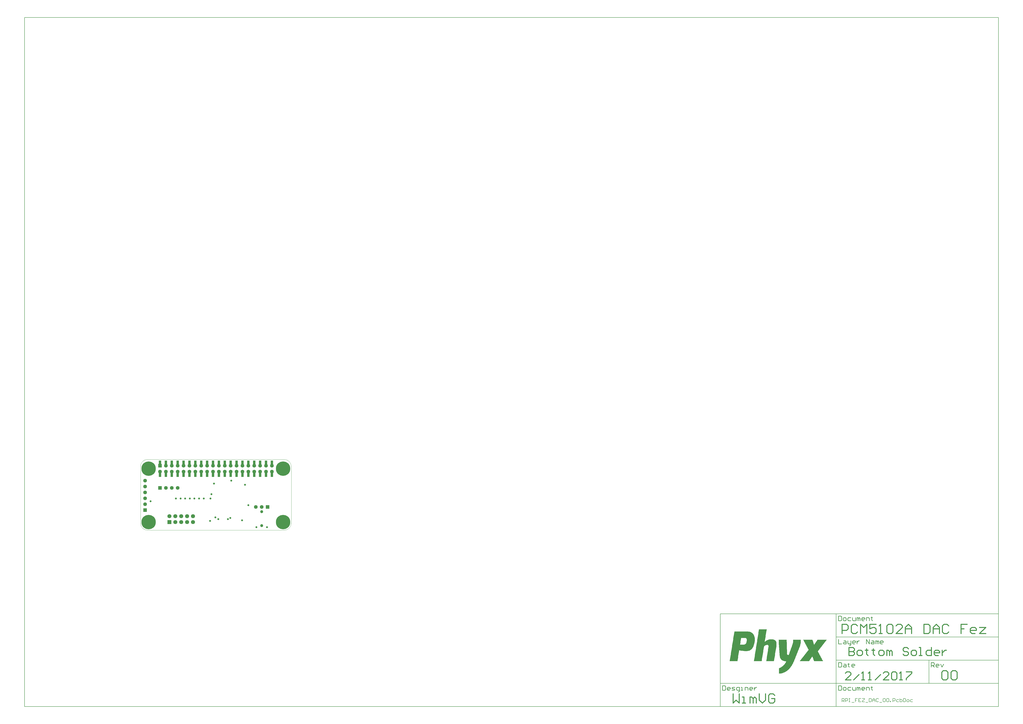
<source format=gbs>
G04 Layer_Color=16711935*
%FSLAX25Y25*%
%MOIN*%
G70*
G01*
G75*
%ADD10C,0.00787*%
%ADD21C,0.01575*%
%ADD22C,0.00394*%
%ADD23C,0.00984*%
%ADD30C,0.05118*%
%ADD43R,0.06299X0.06299*%
%ADD44C,0.06299*%
%ADD45R,0.06890X0.06890*%
%ADD46C,0.06890*%
%ADD47R,0.06299X0.06299*%
%ADD48C,0.24410*%
%ADD49C,0.03150*%
%ADD50R,0.04331X0.07480*%
G36*
X1121080Y-186079D02*
Y-186365D01*
Y-186652D01*
Y-186938D01*
Y-187224D01*
Y-187511D01*
Y-187797D01*
Y-188083D01*
Y-188370D01*
Y-188656D01*
Y-188942D01*
Y-189229D01*
Y-189515D01*
Y-189801D01*
Y-190088D01*
Y-190374D01*
Y-190660D01*
Y-190946D01*
Y-191233D01*
Y-191519D01*
Y-191806D01*
X1120793D01*
Y-192092D01*
Y-192378D01*
Y-192664D01*
Y-192951D01*
Y-193237D01*
X1120507D01*
Y-193523D01*
Y-193810D01*
Y-194096D01*
Y-194382D01*
X1120221D01*
Y-194669D01*
Y-194955D01*
Y-195241D01*
Y-195528D01*
X1119934D01*
Y-195814D01*
Y-196100D01*
Y-196387D01*
X1119648D01*
Y-196673D01*
Y-196959D01*
Y-197245D01*
X1119362D01*
Y-197532D01*
Y-197818D01*
Y-198104D01*
X1119075D01*
Y-198391D01*
Y-198677D01*
Y-198963D01*
X1118789D01*
Y-199250D01*
Y-199536D01*
X1118503D01*
Y-199822D01*
Y-200109D01*
X1118217D01*
Y-200395D01*
Y-200681D01*
Y-200968D01*
X1117930D01*
Y-201254D01*
Y-201540D01*
X1117644D01*
Y-201826D01*
Y-202113D01*
Y-202399D01*
X1117358D01*
Y-202685D01*
Y-202972D01*
X1117071D01*
Y-203258D01*
Y-203544D01*
Y-203831D01*
X1116785D01*
Y-204117D01*
Y-204403D01*
X1116499D01*
Y-204690D01*
Y-204976D01*
Y-205262D01*
X1116212D01*
Y-205549D01*
Y-205835D01*
X1115926D01*
Y-206121D01*
Y-206407D01*
Y-206694D01*
X1115640D01*
Y-206980D01*
Y-207266D01*
X1115353D01*
Y-207553D01*
Y-207839D01*
Y-208125D01*
X1115067D01*
Y-208412D01*
Y-208698D01*
X1114781D01*
Y-208984D01*
Y-209271D01*
Y-209557D01*
X1114494D01*
Y-209843D01*
Y-210129D01*
X1114208D01*
Y-210416D01*
Y-210702D01*
Y-210988D01*
X1113922D01*
Y-211275D01*
Y-211561D01*
X1113636D01*
Y-211847D01*
Y-212134D01*
Y-212420D01*
X1113349D01*
Y-212706D01*
Y-212993D01*
X1113063D01*
Y-213279D01*
Y-213565D01*
Y-213851D01*
X1112776D01*
Y-214138D01*
Y-214424D01*
X1112490D01*
Y-214710D01*
Y-214997D01*
Y-215283D01*
X1112204D01*
Y-215569D01*
Y-215856D01*
X1111918D01*
Y-216142D01*
Y-216428D01*
Y-216715D01*
X1111631D01*
Y-217001D01*
Y-217287D01*
X1111345D01*
Y-217574D01*
Y-217860D01*
Y-218146D01*
X1111059D01*
Y-218433D01*
Y-218719D01*
X1110772D01*
Y-219005D01*
Y-219291D01*
Y-219578D01*
X1110486D01*
Y-219864D01*
Y-220150D01*
X1110200D01*
Y-220437D01*
Y-220723D01*
Y-221009D01*
X1109913D01*
Y-221296D01*
Y-221582D01*
X1109627D01*
Y-221868D01*
Y-222155D01*
Y-222441D01*
X1109341D01*
Y-222727D01*
Y-223014D01*
X1109054D01*
Y-223300D01*
Y-223586D01*
X1108768D01*
Y-223872D01*
Y-224159D01*
X1108482D01*
Y-224445D01*
Y-224731D01*
Y-225018D01*
X1108195D01*
Y-225304D01*
X1107909D01*
Y-225590D01*
Y-225877D01*
Y-226163D01*
X1107623D01*
Y-226449D01*
X1107337D01*
Y-226736D01*
Y-227022D01*
X1107050D01*
Y-227308D01*
Y-227595D01*
X1106764D01*
Y-227881D01*
Y-228167D01*
X1106478D01*
Y-228453D01*
Y-228740D01*
X1106191D01*
Y-229026D01*
X1105905D01*
Y-229312D01*
Y-229599D01*
X1105619D01*
Y-229885D01*
Y-230171D01*
X1105332D01*
Y-230458D01*
X1105046D01*
Y-230744D01*
X1104760D01*
Y-231030D01*
Y-231317D01*
X1104473D01*
Y-231603D01*
X1104187D01*
Y-231889D01*
Y-232176D01*
X1103901D01*
Y-232462D01*
X1103615D01*
Y-232748D01*
X1103328D01*
Y-233034D01*
Y-233321D01*
X1103042D01*
Y-233607D01*
X1102756D01*
Y-233893D01*
X1102469D01*
Y-234180D01*
X1102183D01*
Y-234466D01*
X1101897D01*
Y-234752D01*
Y-235039D01*
X1101610D01*
Y-235325D01*
X1101324D01*
Y-235611D01*
X1101038D01*
Y-235898D01*
X1100751D01*
Y-236184D01*
X1100465D01*
Y-236470D01*
X1100179D01*
Y-236757D01*
X1099892D01*
Y-237043D01*
X1099320D01*
Y-237329D01*
X1099034D01*
Y-237615D01*
X1098747D01*
Y-237902D01*
X1098461D01*
Y-238188D01*
X1098175D01*
Y-238474D01*
X1097602D01*
Y-238761D01*
X1097316D01*
Y-239047D01*
X1096743D01*
Y-239333D01*
X1096457D01*
Y-239620D01*
X1095884D01*
Y-239906D01*
X1095598D01*
Y-240192D01*
X1095025D01*
Y-240479D01*
X1094452D01*
Y-240765D01*
X1093880D01*
Y-241051D01*
X1093307D01*
Y-241338D01*
X1092735D01*
Y-241624D01*
X1091876D01*
Y-241910D01*
X1091303D01*
Y-242196D01*
X1090444D01*
Y-242483D01*
X1089299D01*
Y-242769D01*
X1088154D01*
Y-243056D01*
X1086436D01*
Y-243342D01*
X1084432D01*
Y-243628D01*
X1084145D01*
Y-243342D01*
Y-243056D01*
Y-242769D01*
Y-242483D01*
Y-242196D01*
Y-241910D01*
Y-241624D01*
Y-241338D01*
Y-241051D01*
Y-240765D01*
Y-240479D01*
Y-240192D01*
Y-239906D01*
Y-239620D01*
Y-239333D01*
Y-239047D01*
Y-238761D01*
Y-238474D01*
Y-238188D01*
Y-237902D01*
Y-237615D01*
Y-237329D01*
Y-237043D01*
Y-236757D01*
Y-236470D01*
Y-236184D01*
Y-235898D01*
Y-235611D01*
Y-235325D01*
Y-235039D01*
Y-234752D01*
Y-234466D01*
Y-234180D01*
X1084718D01*
Y-233893D01*
X1085291D01*
Y-233607D01*
X1085863D01*
Y-233321D01*
X1086436D01*
Y-233034D01*
X1087008D01*
Y-232748D01*
X1087581D01*
Y-232462D01*
X1087867D01*
Y-232176D01*
X1088440D01*
Y-231889D01*
X1088726D01*
Y-231603D01*
X1089299D01*
Y-231317D01*
X1089585D01*
Y-231030D01*
X1089872D01*
Y-230744D01*
X1090444D01*
Y-230458D01*
X1090730D01*
Y-230171D01*
X1091017D01*
Y-229885D01*
X1091303D01*
Y-229599D01*
X1091589D01*
Y-229312D01*
X1091876D01*
Y-229026D01*
X1092162D01*
Y-228740D01*
X1092448D01*
Y-228453D01*
X1092735D01*
Y-228167D01*
X1093021D01*
Y-227881D01*
X1093307D01*
Y-227595D01*
X1093594D01*
Y-227308D01*
Y-227022D01*
X1093880D01*
Y-226736D01*
X1094166D01*
Y-226449D01*
X1094452D01*
Y-226163D01*
Y-225877D01*
X1094739D01*
Y-225590D01*
X1095025D01*
Y-225304D01*
Y-225018D01*
X1095311D01*
Y-224731D01*
Y-224445D01*
X1095598D01*
Y-224159D01*
X1095884D01*
Y-223872D01*
Y-223586D01*
X1096170D01*
Y-223300D01*
Y-223014D01*
X1096457D01*
Y-222727D01*
Y-222441D01*
X1094739D01*
Y-222155D01*
X1092735D01*
Y-221868D01*
X1091589D01*
Y-221582D01*
X1091017D01*
Y-221296D01*
X1090158D01*
Y-221009D01*
X1089585D01*
Y-220723D01*
X1089299D01*
Y-220437D01*
X1088726D01*
Y-220150D01*
X1088440D01*
Y-219864D01*
X1088154D01*
Y-219578D01*
X1087867D01*
Y-219291D01*
X1087581D01*
Y-219005D01*
X1087295D01*
Y-218719D01*
Y-218433D01*
X1087008D01*
Y-218146D01*
X1086722D01*
Y-217860D01*
Y-217574D01*
X1086436D01*
Y-217287D01*
Y-217001D01*
X1086149D01*
Y-216715D01*
Y-216428D01*
X1085863D01*
Y-216142D01*
Y-215856D01*
Y-215569D01*
X1085577D01*
Y-215283D01*
Y-214997D01*
Y-214710D01*
Y-214424D01*
X1085291D01*
Y-214138D01*
Y-213851D01*
Y-213565D01*
Y-213279D01*
Y-212993D01*
Y-212706D01*
Y-212420D01*
X1085004D01*
Y-212134D01*
Y-211847D01*
Y-211561D01*
Y-211275D01*
Y-210988D01*
Y-210702D01*
Y-210416D01*
Y-210129D01*
Y-209843D01*
Y-209557D01*
Y-209271D01*
Y-208984D01*
Y-208698D01*
Y-208412D01*
Y-208125D01*
X1084718D01*
Y-207839D01*
Y-207553D01*
Y-207266D01*
Y-206980D01*
Y-206694D01*
Y-206407D01*
Y-206121D01*
Y-205835D01*
Y-205549D01*
Y-205262D01*
Y-204976D01*
Y-204690D01*
Y-204403D01*
Y-204117D01*
Y-203831D01*
X1084432D01*
Y-203544D01*
Y-203258D01*
Y-202972D01*
Y-202685D01*
Y-202399D01*
Y-202113D01*
Y-201826D01*
Y-201540D01*
Y-201254D01*
Y-200968D01*
Y-200681D01*
Y-200395D01*
Y-200109D01*
Y-199822D01*
Y-199536D01*
Y-199250D01*
X1084145D01*
Y-198963D01*
Y-198677D01*
Y-198391D01*
Y-198104D01*
Y-197818D01*
Y-197532D01*
Y-197245D01*
Y-196959D01*
Y-196673D01*
Y-196387D01*
Y-196100D01*
Y-195814D01*
Y-195528D01*
Y-195241D01*
Y-194955D01*
Y-194669D01*
X1083859D01*
Y-194382D01*
Y-194096D01*
Y-193810D01*
Y-193523D01*
Y-193237D01*
Y-192951D01*
Y-192664D01*
Y-192378D01*
Y-192092D01*
Y-191806D01*
Y-191519D01*
Y-191233D01*
Y-190946D01*
Y-190660D01*
X1083573D01*
Y-190374D01*
Y-190088D01*
Y-189801D01*
Y-189515D01*
Y-189229D01*
Y-188942D01*
Y-188656D01*
Y-188370D01*
Y-188083D01*
Y-187797D01*
Y-187511D01*
Y-187224D01*
Y-186938D01*
Y-186652D01*
Y-186365D01*
Y-186079D01*
X1083286D01*
Y-185793D01*
X1097029D01*
Y-186079D01*
Y-186365D01*
Y-186652D01*
Y-186938D01*
Y-187224D01*
Y-187511D01*
Y-187797D01*
Y-188083D01*
Y-188370D01*
Y-188656D01*
Y-188942D01*
Y-189229D01*
Y-189515D01*
Y-189801D01*
X1097316D01*
Y-190088D01*
Y-190374D01*
Y-190660D01*
Y-190946D01*
Y-191233D01*
Y-191519D01*
Y-191806D01*
Y-192092D01*
Y-192378D01*
Y-192664D01*
Y-192951D01*
Y-193237D01*
Y-193523D01*
Y-193810D01*
Y-194096D01*
Y-194382D01*
Y-194669D01*
Y-194955D01*
Y-195241D01*
Y-195528D01*
Y-195814D01*
Y-196100D01*
Y-196387D01*
Y-196673D01*
Y-196959D01*
Y-197245D01*
Y-197532D01*
Y-197818D01*
Y-198104D01*
Y-198391D01*
Y-198677D01*
Y-198963D01*
Y-199250D01*
Y-199536D01*
Y-199822D01*
Y-200109D01*
Y-200395D01*
Y-200681D01*
Y-200968D01*
Y-201254D01*
Y-201540D01*
X1097602D01*
Y-201826D01*
X1097316D01*
Y-202113D01*
Y-202399D01*
X1097602D01*
Y-202685D01*
Y-202972D01*
Y-203258D01*
Y-203544D01*
Y-203831D01*
Y-204117D01*
Y-204403D01*
Y-204690D01*
Y-204976D01*
Y-205262D01*
Y-205549D01*
Y-205835D01*
Y-206121D01*
Y-206407D01*
Y-206694D01*
Y-206980D01*
Y-207266D01*
Y-207553D01*
Y-207839D01*
Y-208125D01*
Y-208412D01*
Y-208698D01*
Y-208984D01*
Y-209271D01*
Y-209557D01*
Y-209843D01*
X1097888D01*
Y-210129D01*
Y-210416D01*
Y-210702D01*
X1098175D01*
Y-210988D01*
X1098461D01*
Y-211275D01*
X1098747D01*
Y-211561D01*
X1099606D01*
Y-211847D01*
X1100465D01*
Y-211561D01*
X1100751D01*
Y-211275D01*
Y-210988D01*
Y-210702D01*
X1101038D01*
Y-210416D01*
Y-210129D01*
X1101324D01*
Y-209843D01*
Y-209557D01*
Y-209271D01*
X1101610D01*
Y-208984D01*
Y-208698D01*
Y-208412D01*
X1101897D01*
Y-208125D01*
Y-207839D01*
Y-207553D01*
X1102183D01*
Y-207266D01*
Y-206980D01*
Y-206694D01*
X1102469D01*
Y-206407D01*
Y-206121D01*
X1102756D01*
Y-205835D01*
Y-205549D01*
Y-205262D01*
X1103042D01*
Y-204976D01*
Y-204690D01*
Y-204403D01*
X1103328D01*
Y-204117D01*
Y-203831D01*
Y-203544D01*
X1103615D01*
Y-203258D01*
Y-202972D01*
X1103901D01*
Y-202685D01*
Y-202399D01*
Y-202113D01*
X1104187D01*
Y-201826D01*
Y-201540D01*
Y-201254D01*
X1104473D01*
Y-200968D01*
Y-200681D01*
Y-200395D01*
X1104760D01*
Y-200109D01*
Y-199822D01*
X1105046D01*
Y-199536D01*
Y-199250D01*
Y-198963D01*
X1105332D01*
Y-198677D01*
Y-198391D01*
Y-198104D01*
X1105619D01*
Y-197818D01*
Y-197532D01*
Y-197245D01*
X1105905D01*
Y-196959D01*
Y-196673D01*
X1106191D01*
Y-196387D01*
Y-196100D01*
Y-195814D01*
X1106478D01*
Y-195528D01*
Y-195241D01*
Y-194955D01*
X1106764D01*
Y-194669D01*
Y-194382D01*
Y-194096D01*
X1107050D01*
Y-193810D01*
Y-193523D01*
Y-193237D01*
Y-192951D01*
X1107337D01*
Y-192664D01*
Y-192378D01*
Y-192092D01*
Y-191806D01*
X1107623D01*
Y-191519D01*
Y-191233D01*
Y-190946D01*
Y-190660D01*
Y-190374D01*
X1107909D01*
Y-190088D01*
Y-189801D01*
Y-189515D01*
Y-189229D01*
Y-188942D01*
Y-188656D01*
X1108195D01*
Y-188370D01*
Y-188083D01*
Y-187797D01*
Y-187511D01*
Y-187224D01*
Y-186938D01*
Y-186652D01*
Y-186365D01*
Y-186079D01*
Y-185793D01*
X1121080D01*
Y-186079D01*
D02*
G37*
G36*
X1063244Y-168614D02*
Y-168900D01*
X1062958D01*
Y-169187D01*
Y-169473D01*
Y-169759D01*
Y-170046D01*
Y-170332D01*
Y-170618D01*
X1062672D01*
Y-170905D01*
Y-171191D01*
Y-171477D01*
Y-171764D01*
Y-172050D01*
Y-172336D01*
X1062385D01*
Y-172623D01*
Y-172909D01*
Y-173195D01*
Y-173481D01*
Y-173768D01*
Y-174054D01*
Y-174340D01*
X1062099D01*
Y-174627D01*
Y-174913D01*
Y-175199D01*
Y-175486D01*
Y-175772D01*
Y-176058D01*
X1061813D01*
Y-176345D01*
Y-176631D01*
Y-176917D01*
Y-177204D01*
Y-177490D01*
Y-177776D01*
X1061526D01*
Y-178062D01*
Y-178349D01*
Y-178635D01*
Y-178921D01*
Y-179208D01*
Y-179494D01*
Y-179780D01*
X1061240D01*
Y-180067D01*
Y-180353D01*
Y-180639D01*
Y-180926D01*
Y-181212D01*
Y-181498D01*
X1060954D01*
Y-181784D01*
Y-182071D01*
Y-182357D01*
Y-182643D01*
Y-182930D01*
Y-183216D01*
X1060668D01*
Y-183502D01*
Y-183789D01*
Y-184075D01*
Y-184361D01*
Y-184648D01*
Y-184934D01*
X1060381D01*
Y-185220D01*
Y-185507D01*
Y-185793D01*
Y-186079D01*
Y-186365D01*
Y-186652D01*
Y-186938D01*
X1060095D01*
Y-187224D01*
Y-187511D01*
Y-187797D01*
Y-188083D01*
Y-188370D01*
Y-188656D01*
X1059809D01*
Y-188942D01*
Y-189229D01*
X1060381D01*
Y-188942D01*
X1060668D01*
Y-188656D01*
X1060954D01*
Y-188370D01*
X1061526D01*
Y-188083D01*
X1061813D01*
Y-187797D01*
X1062099D01*
Y-187511D01*
X1062672D01*
Y-187224D01*
X1063244D01*
Y-186938D01*
X1063531D01*
Y-186652D01*
X1064103D01*
Y-186365D01*
X1064962D01*
Y-186079D01*
X1065535D01*
Y-185793D01*
X1066394D01*
Y-185507D01*
X1067825D01*
Y-185220D01*
X1074124D01*
Y-185507D01*
X1075270D01*
Y-185793D01*
X1076128D01*
Y-186079D01*
X1076701D01*
Y-186365D01*
X1076987D01*
Y-186652D01*
X1077560D01*
Y-186938D01*
X1077846D01*
Y-187224D01*
X1078133D01*
Y-187511D01*
X1078419D01*
Y-187797D01*
X1078705D01*
Y-188083D01*
Y-188370D01*
X1078992D01*
Y-188656D01*
Y-188942D01*
X1079278D01*
Y-189229D01*
Y-189515D01*
Y-189801D01*
X1079564D01*
Y-190088D01*
Y-190374D01*
Y-190660D01*
Y-190946D01*
X1079850D01*
Y-191233D01*
Y-191519D01*
Y-191806D01*
Y-192092D01*
Y-192378D01*
Y-192664D01*
Y-192951D01*
Y-193237D01*
Y-193523D01*
Y-193810D01*
Y-194096D01*
Y-194382D01*
Y-194669D01*
Y-194955D01*
Y-195241D01*
Y-195528D01*
Y-195814D01*
Y-196100D01*
X1079564D01*
Y-196387D01*
Y-196673D01*
Y-196959D01*
Y-197245D01*
Y-197532D01*
Y-197818D01*
Y-198104D01*
X1079278D01*
Y-198391D01*
Y-198677D01*
Y-198963D01*
Y-199250D01*
Y-199536D01*
Y-199822D01*
Y-200109D01*
X1078992D01*
Y-200395D01*
Y-200681D01*
Y-200968D01*
Y-201254D01*
Y-201540D01*
Y-201826D01*
X1078705D01*
Y-202113D01*
Y-202399D01*
Y-202685D01*
Y-202972D01*
Y-203258D01*
Y-203544D01*
X1078419D01*
Y-203831D01*
Y-204117D01*
Y-204403D01*
Y-204690D01*
Y-204976D01*
Y-205262D01*
X1078133D01*
Y-205549D01*
Y-205835D01*
Y-206121D01*
Y-206407D01*
Y-206694D01*
Y-206980D01*
Y-207266D01*
X1077846D01*
Y-207553D01*
Y-207839D01*
Y-208125D01*
Y-208412D01*
Y-208698D01*
Y-208984D01*
X1077560D01*
Y-209271D01*
Y-209557D01*
Y-209843D01*
Y-210129D01*
Y-210416D01*
Y-210702D01*
X1077274D01*
Y-210988D01*
Y-211275D01*
Y-211561D01*
Y-211847D01*
Y-212134D01*
Y-212420D01*
Y-212706D01*
X1076987D01*
Y-212993D01*
Y-213279D01*
Y-213565D01*
Y-213851D01*
Y-214138D01*
Y-214424D01*
X1076701D01*
Y-214710D01*
Y-214997D01*
Y-215283D01*
Y-215569D01*
Y-215856D01*
Y-216142D01*
X1076415D01*
Y-216428D01*
Y-216715D01*
Y-217001D01*
Y-217287D01*
Y-217574D01*
Y-217860D01*
X1076128D01*
Y-218146D01*
Y-218433D01*
Y-218719D01*
Y-219005D01*
Y-219291D01*
Y-219578D01*
Y-219864D01*
X1075842D01*
Y-220150D01*
Y-220437D01*
Y-220723D01*
Y-221009D01*
Y-221296D01*
Y-221582D01*
X1075556D01*
Y-221868D01*
Y-222155D01*
X1062385D01*
Y-221868D01*
Y-221582D01*
X1062672D01*
Y-221296D01*
Y-221009D01*
Y-220723D01*
Y-220437D01*
Y-220150D01*
Y-219864D01*
X1062958D01*
Y-219578D01*
Y-219291D01*
Y-219005D01*
Y-218719D01*
Y-218433D01*
Y-218146D01*
Y-217860D01*
X1063244D01*
Y-217574D01*
Y-217287D01*
Y-217001D01*
Y-216715D01*
Y-216428D01*
Y-216142D01*
X1063531D01*
Y-215856D01*
Y-215569D01*
Y-215283D01*
Y-214997D01*
Y-214710D01*
Y-214424D01*
X1063817D01*
Y-214138D01*
Y-213851D01*
Y-213565D01*
Y-213279D01*
Y-212993D01*
Y-212706D01*
Y-212420D01*
X1064103D01*
Y-212134D01*
Y-211847D01*
Y-211561D01*
Y-211275D01*
Y-210988D01*
Y-210702D01*
X1064390D01*
Y-210416D01*
Y-210129D01*
Y-209843D01*
Y-209557D01*
Y-209271D01*
Y-208984D01*
Y-208698D01*
X1064676D01*
Y-208412D01*
Y-208125D01*
Y-207839D01*
Y-207553D01*
Y-207266D01*
Y-206980D01*
X1064962D01*
Y-206694D01*
Y-206407D01*
Y-206121D01*
Y-205835D01*
Y-205549D01*
Y-205262D01*
X1065249D01*
Y-204976D01*
Y-204690D01*
Y-204403D01*
Y-204117D01*
Y-203831D01*
Y-203544D01*
X1065535D01*
Y-203258D01*
Y-202972D01*
Y-202685D01*
Y-202399D01*
Y-202113D01*
Y-201826D01*
Y-201540D01*
X1065821D01*
Y-201254D01*
Y-200968D01*
Y-200681D01*
Y-200395D01*
Y-200109D01*
Y-199822D01*
X1066107D01*
Y-199536D01*
Y-199250D01*
Y-198963D01*
Y-198677D01*
Y-198391D01*
Y-198104D01*
Y-197818D01*
X1066394D01*
Y-197532D01*
Y-197245D01*
Y-196959D01*
Y-196673D01*
Y-196387D01*
Y-196100D01*
X1066107D01*
Y-195814D01*
Y-195528D01*
X1065821D01*
Y-195241D01*
X1065535D01*
Y-194955D01*
X1064962D01*
Y-194669D01*
X1063244D01*
Y-194955D01*
X1061813D01*
Y-195241D01*
X1060954D01*
Y-195528D01*
X1060381D01*
Y-195814D01*
X1060095D01*
Y-196100D01*
X1059522D01*
Y-196387D01*
X1059236D01*
Y-196673D01*
X1058950D01*
Y-196959D01*
Y-197245D01*
X1058663D01*
Y-197532D01*
Y-197818D01*
Y-198104D01*
X1058377D01*
Y-198391D01*
Y-198677D01*
Y-198963D01*
Y-199250D01*
Y-199536D01*
Y-199822D01*
X1058091D01*
Y-200109D01*
Y-200395D01*
Y-200681D01*
Y-200968D01*
Y-201254D01*
Y-201540D01*
Y-201826D01*
X1057804D01*
Y-202113D01*
Y-202399D01*
Y-202685D01*
Y-202972D01*
Y-203258D01*
Y-203544D01*
X1057518D01*
Y-203831D01*
Y-204117D01*
Y-204403D01*
Y-204690D01*
Y-204976D01*
Y-205262D01*
X1057232D01*
Y-205549D01*
Y-205835D01*
Y-206121D01*
Y-206407D01*
Y-206694D01*
Y-206980D01*
X1056946D01*
Y-207266D01*
Y-207553D01*
Y-207839D01*
Y-208125D01*
Y-208412D01*
Y-208698D01*
Y-208984D01*
X1056659D01*
Y-209271D01*
Y-209557D01*
Y-209843D01*
Y-210129D01*
Y-210416D01*
Y-210702D01*
X1056373D01*
Y-210988D01*
Y-211275D01*
Y-211561D01*
Y-211847D01*
Y-212134D01*
Y-212420D01*
X1056087D01*
Y-212706D01*
Y-212993D01*
Y-213279D01*
Y-213565D01*
Y-213851D01*
Y-214138D01*
Y-214424D01*
X1055800D01*
Y-214710D01*
Y-214997D01*
Y-215283D01*
Y-215569D01*
Y-215856D01*
Y-216142D01*
X1055514D01*
Y-216428D01*
Y-216715D01*
Y-217001D01*
Y-217287D01*
Y-217574D01*
Y-217860D01*
X1055228D01*
Y-218146D01*
Y-218433D01*
Y-218719D01*
Y-219005D01*
Y-219291D01*
Y-219578D01*
X1054941D01*
Y-219864D01*
Y-220150D01*
Y-220437D01*
Y-220723D01*
Y-221009D01*
Y-221296D01*
Y-221582D01*
X1054655D01*
Y-221868D01*
Y-222155D01*
X1041485D01*
Y-221868D01*
Y-221582D01*
X1041771D01*
Y-221296D01*
Y-221009D01*
Y-220723D01*
Y-220437D01*
Y-220150D01*
Y-219864D01*
Y-219578D01*
X1042057D01*
Y-219291D01*
Y-219005D01*
Y-218719D01*
Y-218433D01*
Y-218146D01*
Y-217860D01*
X1042344D01*
Y-217574D01*
Y-217287D01*
Y-217001D01*
Y-216715D01*
Y-216428D01*
Y-216142D01*
X1042630D01*
Y-215856D01*
Y-215569D01*
Y-215283D01*
Y-214997D01*
Y-214710D01*
Y-214424D01*
Y-214138D01*
X1042916D01*
Y-213851D01*
Y-213565D01*
Y-213279D01*
Y-212993D01*
Y-212706D01*
Y-212420D01*
X1043202D01*
Y-212134D01*
Y-211847D01*
Y-211561D01*
Y-211275D01*
Y-210988D01*
Y-210702D01*
X1043489D01*
Y-210416D01*
Y-210129D01*
Y-209843D01*
Y-209557D01*
Y-209271D01*
Y-208984D01*
X1043775D01*
Y-208698D01*
Y-208412D01*
Y-208125D01*
Y-207839D01*
Y-207553D01*
Y-207266D01*
Y-206980D01*
X1044061D01*
Y-206694D01*
Y-206407D01*
Y-206121D01*
Y-205835D01*
Y-205549D01*
Y-205262D01*
X1044348D01*
Y-204976D01*
Y-204690D01*
Y-204403D01*
Y-204117D01*
Y-203831D01*
Y-203544D01*
X1044634D01*
Y-203258D01*
Y-202972D01*
Y-202685D01*
Y-202399D01*
Y-202113D01*
Y-201826D01*
Y-201540D01*
X1044920D01*
Y-201254D01*
Y-200968D01*
Y-200681D01*
Y-200395D01*
Y-200109D01*
Y-199822D01*
X1045207D01*
Y-199536D01*
Y-199250D01*
Y-198963D01*
Y-198677D01*
Y-198391D01*
Y-198104D01*
X1045493D01*
Y-197818D01*
Y-197532D01*
Y-197245D01*
Y-196959D01*
Y-196673D01*
Y-196387D01*
X1045779D01*
Y-196100D01*
Y-195814D01*
Y-195528D01*
Y-195241D01*
Y-194955D01*
Y-194669D01*
Y-194382D01*
X1046066D01*
Y-194096D01*
Y-193810D01*
Y-193523D01*
Y-193237D01*
Y-192951D01*
Y-192664D01*
X1046352D01*
Y-192378D01*
Y-192092D01*
Y-191806D01*
Y-191519D01*
Y-191233D01*
Y-190946D01*
X1046638D01*
Y-190660D01*
Y-190374D01*
Y-190088D01*
Y-189801D01*
Y-189515D01*
Y-189229D01*
X1046925D01*
Y-188942D01*
Y-188656D01*
Y-188370D01*
Y-188083D01*
Y-187797D01*
Y-187511D01*
Y-187224D01*
X1047211D01*
Y-186938D01*
Y-186652D01*
Y-186365D01*
Y-186079D01*
Y-185793D01*
Y-185507D01*
X1047497D01*
Y-185220D01*
Y-184934D01*
Y-184648D01*
Y-184361D01*
Y-184075D01*
Y-183789D01*
X1047783D01*
Y-183502D01*
Y-183216D01*
Y-182930D01*
Y-182643D01*
Y-182357D01*
Y-182071D01*
Y-181784D01*
X1048070D01*
Y-181498D01*
Y-181212D01*
Y-180926D01*
Y-180639D01*
Y-180353D01*
Y-180067D01*
X1048356D01*
Y-179780D01*
Y-179494D01*
Y-179208D01*
Y-178921D01*
Y-178635D01*
Y-178349D01*
X1048642D01*
Y-178062D01*
Y-177776D01*
Y-177490D01*
Y-177204D01*
Y-176917D01*
Y-176631D01*
X1048929D01*
Y-176345D01*
Y-176058D01*
Y-175772D01*
Y-175486D01*
Y-175199D01*
Y-174913D01*
Y-174627D01*
X1049215D01*
Y-174340D01*
Y-174054D01*
Y-173768D01*
Y-173481D01*
Y-173195D01*
Y-172909D01*
X1049501D01*
Y-172623D01*
Y-172336D01*
Y-172050D01*
Y-171764D01*
Y-171477D01*
Y-171191D01*
X1049788D01*
Y-170905D01*
Y-170618D01*
Y-170332D01*
Y-170046D01*
Y-169759D01*
Y-169473D01*
Y-169187D01*
X1050074D01*
Y-168900D01*
Y-168614D01*
Y-168328D01*
X1063244D01*
Y-168614D01*
D02*
G37*
G36*
X1032036Y-172050D02*
X1033754D01*
Y-172336D01*
X1034613D01*
Y-172623D01*
X1035472D01*
Y-172909D01*
X1036331D01*
Y-173195D01*
X1036904D01*
Y-173481D01*
X1037190D01*
Y-173768D01*
X1037763D01*
Y-174054D01*
X1038049D01*
Y-174340D01*
X1038622D01*
Y-174627D01*
X1038908D01*
Y-174913D01*
X1039194D01*
Y-175199D01*
X1039480D01*
Y-175486D01*
X1039767D01*
Y-175772D01*
X1040053D01*
Y-176058D01*
X1040339D01*
Y-176345D01*
Y-176631D01*
X1040626D01*
Y-176917D01*
X1040912D01*
Y-177204D01*
Y-177490D01*
X1041198D01*
Y-177776D01*
X1041485D01*
Y-178062D01*
Y-178349D01*
X1041771D01*
Y-178635D01*
Y-178921D01*
Y-179208D01*
X1042057D01*
Y-179494D01*
Y-179780D01*
Y-180067D01*
X1042344D01*
Y-180353D01*
Y-180639D01*
Y-180926D01*
Y-181212D01*
X1042630D01*
Y-181498D01*
Y-181784D01*
Y-182071D01*
Y-182357D01*
Y-182643D01*
X1042916D01*
Y-182930D01*
Y-183216D01*
Y-183502D01*
Y-183789D01*
Y-184075D01*
Y-184361D01*
Y-184648D01*
Y-184934D01*
Y-185220D01*
Y-185507D01*
Y-185793D01*
Y-186079D01*
Y-186365D01*
Y-186652D01*
Y-186938D01*
Y-187224D01*
Y-187511D01*
Y-187797D01*
Y-188083D01*
Y-188370D01*
X1042630D01*
Y-188656D01*
Y-188942D01*
Y-189229D01*
Y-189515D01*
Y-189801D01*
Y-190088D01*
Y-190374D01*
X1042344D01*
Y-190660D01*
Y-190946D01*
Y-191233D01*
Y-191519D01*
Y-191806D01*
X1042057D01*
Y-192092D01*
Y-192378D01*
Y-192664D01*
Y-192951D01*
Y-193237D01*
X1041771D01*
Y-193523D01*
Y-193810D01*
Y-194096D01*
X1041485D01*
Y-194382D01*
Y-194669D01*
Y-194955D01*
Y-195241D01*
X1041198D01*
Y-195528D01*
Y-195814D01*
Y-196100D01*
X1040912D01*
Y-196387D01*
Y-196673D01*
X1040626D01*
Y-196959D01*
Y-197245D01*
Y-197532D01*
X1040339D01*
Y-197818D01*
Y-198104D01*
X1040053D01*
Y-198391D01*
Y-198677D01*
X1039767D01*
Y-198963D01*
Y-199250D01*
X1039480D01*
Y-199536D01*
X1039194D01*
Y-199822D01*
Y-200109D01*
X1038908D01*
Y-200395D01*
X1038622D01*
Y-200681D01*
X1038335D01*
Y-200968D01*
Y-201254D01*
X1038049D01*
Y-201540D01*
X1037763D01*
Y-201826D01*
X1037476D01*
Y-202113D01*
X1037190D01*
Y-202399D01*
X1036904D01*
Y-202685D01*
X1036331D01*
Y-202972D01*
X1036045D01*
Y-203258D01*
X1035472D01*
Y-203544D01*
X1035186D01*
Y-203831D01*
X1034613D01*
Y-204117D01*
X1033754D01*
Y-204403D01*
X1032895D01*
Y-204690D01*
X1032036D01*
Y-204976D01*
X1030318D01*
Y-205262D01*
X1025165D01*
Y-204976D01*
X1022588D01*
Y-204690D01*
X1020584D01*
Y-204403D01*
X1019152D01*
Y-204117D01*
X1017721D01*
Y-203831D01*
X1016289D01*
Y-204117D01*
Y-204403D01*
Y-204690D01*
Y-204976D01*
Y-205262D01*
Y-205549D01*
Y-205835D01*
X1016003D01*
Y-206121D01*
Y-206407D01*
Y-206694D01*
Y-206980D01*
Y-207266D01*
Y-207553D01*
X1015716D01*
Y-207839D01*
Y-208125D01*
Y-208412D01*
Y-208698D01*
Y-208984D01*
Y-209271D01*
X1015430D01*
Y-209557D01*
Y-209843D01*
Y-210129D01*
Y-210416D01*
Y-210702D01*
Y-210988D01*
Y-211275D01*
X1015144D01*
Y-211561D01*
Y-211847D01*
Y-212134D01*
Y-212420D01*
Y-212706D01*
Y-212993D01*
X1014857D01*
Y-213279D01*
Y-213565D01*
Y-213851D01*
Y-214138D01*
Y-214424D01*
Y-214710D01*
X1014571D01*
Y-214997D01*
Y-215283D01*
Y-215569D01*
Y-215856D01*
Y-216142D01*
Y-216428D01*
Y-216715D01*
X1014285D01*
Y-217001D01*
Y-217287D01*
Y-217574D01*
Y-217860D01*
Y-218146D01*
Y-218433D01*
X1013999D01*
Y-218719D01*
Y-219005D01*
Y-219291D01*
Y-219578D01*
Y-219864D01*
Y-220150D01*
X1013712D01*
Y-220437D01*
Y-220723D01*
Y-221009D01*
Y-221296D01*
Y-221582D01*
Y-221868D01*
Y-222155D01*
X1000256D01*
Y-221868D01*
X1000542D01*
Y-221582D01*
Y-221296D01*
Y-221009D01*
Y-220723D01*
Y-220437D01*
X1000828D01*
Y-220150D01*
Y-219864D01*
Y-219578D01*
Y-219291D01*
Y-219005D01*
Y-218719D01*
Y-218433D01*
X1001114D01*
Y-218146D01*
Y-217860D01*
Y-217574D01*
Y-217287D01*
Y-217001D01*
Y-216715D01*
X1001401D01*
Y-216428D01*
Y-216142D01*
Y-215856D01*
Y-215569D01*
Y-215283D01*
Y-214997D01*
X1001687D01*
Y-214710D01*
Y-214424D01*
Y-214138D01*
Y-213851D01*
Y-213565D01*
Y-213279D01*
Y-212993D01*
X1001974D01*
Y-212706D01*
Y-212420D01*
Y-212134D01*
Y-211847D01*
Y-211561D01*
Y-211275D01*
X1002260D01*
Y-210988D01*
Y-210702D01*
Y-210416D01*
Y-210129D01*
Y-209843D01*
Y-209557D01*
X1002546D01*
Y-209271D01*
Y-208984D01*
Y-208698D01*
Y-208412D01*
Y-208125D01*
Y-207839D01*
X1002832D01*
Y-207553D01*
Y-207266D01*
Y-206980D01*
Y-206694D01*
Y-206407D01*
Y-206121D01*
Y-205835D01*
X1003119D01*
Y-205549D01*
Y-205262D01*
Y-204976D01*
Y-204690D01*
Y-204403D01*
Y-204117D01*
X1003405D01*
Y-203831D01*
Y-203544D01*
Y-203258D01*
Y-202972D01*
Y-202685D01*
Y-202399D01*
X1003691D01*
Y-202113D01*
Y-201826D01*
Y-201540D01*
Y-201254D01*
Y-200968D01*
Y-200681D01*
X1003978D01*
Y-200395D01*
Y-200109D01*
Y-199822D01*
Y-199536D01*
Y-199250D01*
Y-198963D01*
Y-198677D01*
X1004264D01*
Y-198391D01*
Y-198104D01*
Y-197818D01*
Y-197532D01*
Y-197245D01*
Y-196959D01*
X1004550D01*
Y-196673D01*
Y-196387D01*
Y-196100D01*
Y-195814D01*
Y-195528D01*
Y-195241D01*
X1004837D01*
Y-194955D01*
Y-194669D01*
Y-194382D01*
Y-194096D01*
Y-193810D01*
Y-193523D01*
Y-193237D01*
X1005123D01*
Y-192951D01*
Y-192664D01*
Y-192378D01*
Y-192092D01*
Y-191806D01*
Y-191519D01*
X1005409D01*
Y-191233D01*
Y-190946D01*
Y-190660D01*
Y-190374D01*
Y-190088D01*
Y-189801D01*
X1005696D01*
Y-189515D01*
Y-189229D01*
Y-188942D01*
Y-188656D01*
Y-188370D01*
Y-188083D01*
X1005982D01*
Y-187797D01*
Y-187511D01*
Y-187224D01*
Y-186938D01*
Y-186652D01*
Y-186365D01*
Y-186079D01*
X1006268D01*
Y-185793D01*
Y-185507D01*
Y-185220D01*
Y-184934D01*
Y-184648D01*
Y-184361D01*
X1006555D01*
Y-184075D01*
Y-183789D01*
Y-183502D01*
Y-183216D01*
Y-182930D01*
Y-182643D01*
X1006841D01*
Y-182357D01*
Y-182071D01*
Y-181784D01*
Y-181498D01*
Y-181212D01*
Y-180926D01*
Y-180639D01*
X1007127D01*
Y-180353D01*
Y-180067D01*
Y-179780D01*
Y-179494D01*
Y-179208D01*
Y-178921D01*
X1007413D01*
Y-178635D01*
Y-178349D01*
Y-178062D01*
Y-177776D01*
Y-177490D01*
Y-177204D01*
X1007700D01*
Y-176917D01*
Y-176631D01*
Y-176345D01*
Y-176058D01*
Y-175772D01*
Y-175486D01*
Y-175199D01*
X1007986D01*
Y-174913D01*
Y-174627D01*
Y-174340D01*
Y-174054D01*
Y-173768D01*
Y-173481D01*
X1008272D01*
Y-173195D01*
Y-172909D01*
Y-172623D01*
Y-172336D01*
Y-172050D01*
Y-171764D01*
X1032036D01*
Y-172050D01*
D02*
G37*
G36*
X1165172Y-186079D02*
X1164886D01*
Y-186365D01*
X1164599D01*
Y-186652D01*
Y-186938D01*
X1164313D01*
Y-187224D01*
X1164027D01*
Y-187511D01*
X1163740D01*
Y-187797D01*
Y-188083D01*
X1163454D01*
Y-188370D01*
X1163168D01*
Y-188656D01*
X1162881D01*
Y-188942D01*
X1162595D01*
Y-189229D01*
Y-189515D01*
X1162309D01*
Y-189801D01*
X1162022D01*
Y-190088D01*
X1161736D01*
Y-190374D01*
Y-190660D01*
X1161450D01*
Y-190946D01*
X1161163D01*
Y-191233D01*
X1160877D01*
Y-191519D01*
X1160591D01*
Y-191806D01*
Y-192092D01*
X1160305D01*
Y-192378D01*
X1160018D01*
Y-192664D01*
X1159732D01*
Y-192951D01*
Y-193237D01*
X1159445D01*
Y-193523D01*
X1159159D01*
Y-193810D01*
X1158873D01*
Y-194096D01*
Y-194382D01*
X1158587D01*
Y-194669D01*
X1158300D01*
Y-194955D01*
X1158014D01*
Y-195241D01*
X1157728D01*
Y-195528D01*
Y-195814D01*
X1157441D01*
Y-196100D01*
X1157155D01*
Y-196387D01*
X1156869D01*
Y-196673D01*
Y-196959D01*
X1156582D01*
Y-197245D01*
X1156296D01*
Y-197532D01*
X1156010D01*
Y-197818D01*
Y-198104D01*
X1155723D01*
Y-198391D01*
X1155437D01*
Y-198677D01*
X1155151D01*
Y-198963D01*
X1154865D01*
Y-199250D01*
Y-199536D01*
X1154578D01*
Y-199822D01*
X1154292D01*
Y-200109D01*
X1154006D01*
Y-200395D01*
Y-200681D01*
X1153719D01*
Y-200968D01*
X1153433D01*
Y-201254D01*
X1153147D01*
Y-201540D01*
Y-201826D01*
X1152860D01*
Y-202113D01*
X1152574D01*
Y-202399D01*
X1152288D01*
Y-202685D01*
X1152001D01*
Y-202972D01*
Y-203258D01*
X1151715D01*
Y-203544D01*
X1151429D01*
Y-203831D01*
X1151142D01*
Y-204117D01*
Y-204403D01*
X1150856D01*
Y-204690D01*
X1150570D01*
Y-204976D01*
X1150284D01*
Y-205262D01*
X1149997D01*
Y-205549D01*
Y-205835D01*
X1150284D01*
Y-206121D01*
Y-206407D01*
X1150570D01*
Y-206694D01*
Y-206980D01*
X1150856D01*
Y-207266D01*
X1151142D01*
Y-207553D01*
Y-207839D01*
X1151429D01*
Y-208125D01*
Y-208412D01*
X1151715D01*
Y-208698D01*
Y-208984D01*
X1152001D01*
Y-209271D01*
Y-209557D01*
X1152288D01*
Y-209843D01*
Y-210129D01*
X1152574D01*
Y-210416D01*
Y-210702D01*
X1152860D01*
Y-210988D01*
Y-211275D01*
X1153147D01*
Y-211561D01*
Y-211847D01*
X1153433D01*
Y-212134D01*
X1153719D01*
Y-212420D01*
Y-212706D01*
X1154006D01*
Y-212993D01*
Y-213279D01*
X1154292D01*
Y-213565D01*
Y-213851D01*
X1154578D01*
Y-214138D01*
Y-214424D01*
X1154865D01*
Y-214710D01*
Y-214997D01*
X1155151D01*
Y-215283D01*
Y-215569D01*
X1155437D01*
Y-215856D01*
Y-216142D01*
X1155723D01*
Y-216428D01*
X1156010D01*
Y-216715D01*
Y-217001D01*
X1156296D01*
Y-217287D01*
Y-217574D01*
X1156582D01*
Y-217860D01*
Y-218146D01*
X1156869D01*
Y-218433D01*
Y-218719D01*
X1157155D01*
Y-219005D01*
Y-219291D01*
X1157441D01*
Y-219578D01*
Y-219864D01*
X1157728D01*
Y-220150D01*
Y-220437D01*
X1158014D01*
Y-220723D01*
X1158300D01*
Y-221009D01*
Y-221296D01*
X1158587D01*
Y-221582D01*
Y-221868D01*
X1158873D01*
Y-222155D01*
X1143698D01*
Y-221868D01*
X1143412D01*
Y-221582D01*
Y-221296D01*
Y-221009D01*
X1143126D01*
Y-220723D01*
Y-220437D01*
Y-220150D01*
X1142839D01*
Y-219864D01*
Y-219578D01*
X1142553D01*
Y-219291D01*
Y-219005D01*
Y-218719D01*
X1142267D01*
Y-218433D01*
Y-218146D01*
Y-217860D01*
X1141980D01*
Y-217574D01*
Y-217287D01*
X1141694D01*
Y-217001D01*
Y-216715D01*
Y-216428D01*
X1141408D01*
Y-216142D01*
Y-215856D01*
Y-215569D01*
X1141121D01*
Y-215283D01*
Y-214997D01*
Y-214710D01*
X1140835D01*
Y-214424D01*
X1140263D01*
Y-214710D01*
Y-214997D01*
X1139976D01*
Y-215283D01*
X1139690D01*
Y-215569D01*
Y-215856D01*
X1139404D01*
Y-216142D01*
X1139117D01*
Y-216428D01*
Y-216715D01*
X1138831D01*
Y-217001D01*
X1138545D01*
Y-217287D01*
Y-217574D01*
X1138258D01*
Y-217860D01*
X1137972D01*
Y-218146D01*
X1137686D01*
Y-218433D01*
Y-218719D01*
X1137399D01*
Y-219005D01*
X1137113D01*
Y-219291D01*
Y-219578D01*
X1136827D01*
Y-219864D01*
X1136541D01*
Y-220150D01*
Y-220437D01*
X1136254D01*
Y-220723D01*
X1135968D01*
Y-221009D01*
Y-221296D01*
X1135682D01*
Y-221582D01*
X1135395D01*
Y-221868D01*
Y-222155D01*
X1119362D01*
Y-221868D01*
X1119648D01*
Y-221582D01*
X1119934D01*
Y-221296D01*
X1120221D01*
Y-221009D01*
X1120507D01*
Y-220723D01*
Y-220437D01*
X1120793D01*
Y-220150D01*
X1121080D01*
Y-219864D01*
X1121366D01*
Y-219578D01*
X1121652D01*
Y-219291D01*
Y-219005D01*
X1121939D01*
Y-218719D01*
X1122225D01*
Y-218433D01*
X1122511D01*
Y-218146D01*
Y-217860D01*
X1122797D01*
Y-217574D01*
X1123084D01*
Y-217287D01*
X1123370D01*
Y-217001D01*
X1123656D01*
Y-216715D01*
Y-216428D01*
X1123943D01*
Y-216142D01*
X1124229D01*
Y-215856D01*
X1124515D01*
Y-215569D01*
X1124802D01*
Y-215283D01*
Y-214997D01*
X1125088D01*
Y-214710D01*
X1125374D01*
Y-214424D01*
X1125661D01*
Y-214138D01*
Y-213851D01*
X1125947D01*
Y-213565D01*
X1126233D01*
Y-213279D01*
X1126519D01*
Y-212993D01*
X1126806D01*
Y-212706D01*
Y-212420D01*
X1127092D01*
Y-212134D01*
X1127378D01*
Y-211847D01*
X1127665D01*
Y-211561D01*
Y-211275D01*
X1127951D01*
Y-210988D01*
X1128237D01*
Y-210702D01*
X1128524D01*
Y-210416D01*
X1128810D01*
Y-210129D01*
Y-209843D01*
X1129096D01*
Y-209557D01*
X1129383D01*
Y-209271D01*
X1129669D01*
Y-208984D01*
Y-208698D01*
X1129955D01*
Y-208412D01*
X1130242D01*
Y-208125D01*
X1130528D01*
Y-207839D01*
X1130814D01*
Y-207553D01*
Y-207266D01*
X1131100D01*
Y-206980D01*
X1131387D01*
Y-206694D01*
X1131673D01*
Y-206407D01*
X1131960D01*
Y-206121D01*
Y-205835D01*
X1132246D01*
Y-205549D01*
X1132532D01*
Y-205262D01*
X1132818D01*
Y-204976D01*
Y-204690D01*
X1133105D01*
Y-204403D01*
X1133391D01*
Y-204117D01*
X1133677D01*
Y-203831D01*
X1133964D01*
Y-203544D01*
Y-203258D01*
X1134250D01*
Y-202972D01*
Y-202685D01*
Y-202399D01*
X1133964D01*
Y-202113D01*
X1133677D01*
Y-201826D01*
Y-201540D01*
X1133391D01*
Y-201254D01*
Y-200968D01*
X1133105D01*
Y-200681D01*
Y-200395D01*
X1132818D01*
Y-200109D01*
Y-199822D01*
X1132532D01*
Y-199536D01*
Y-199250D01*
X1132246D01*
Y-198963D01*
Y-198677D01*
X1131960D01*
Y-198391D01*
X1131673D01*
Y-198104D01*
Y-197818D01*
X1131387D01*
Y-197532D01*
Y-197245D01*
X1131100D01*
Y-196959D01*
Y-196673D01*
X1130814D01*
Y-196387D01*
Y-196100D01*
X1130528D01*
Y-195814D01*
Y-195528D01*
X1130242D01*
Y-195241D01*
Y-194955D01*
X1129955D01*
Y-194669D01*
X1129669D01*
Y-194382D01*
Y-194096D01*
X1129383D01*
Y-193810D01*
Y-193523D01*
X1129096D01*
Y-193237D01*
Y-192951D01*
X1128810D01*
Y-192664D01*
Y-192378D01*
X1128524D01*
Y-192092D01*
Y-191806D01*
X1128237D01*
Y-191519D01*
Y-191233D01*
X1127951D01*
Y-190946D01*
Y-190660D01*
X1127665D01*
Y-190374D01*
X1127378D01*
Y-190088D01*
Y-189801D01*
X1127092D01*
Y-189515D01*
Y-189229D01*
X1126806D01*
Y-188942D01*
Y-188656D01*
X1126519D01*
Y-188370D01*
Y-188083D01*
X1126233D01*
Y-187797D01*
Y-187511D01*
X1125947D01*
Y-187224D01*
Y-186938D01*
X1125661D01*
Y-186652D01*
X1125374D01*
Y-186365D01*
Y-186079D01*
X1125088D01*
Y-185793D01*
X1140835D01*
Y-186079D01*
X1141121D01*
Y-186365D01*
Y-186652D01*
Y-186938D01*
X1141408D01*
Y-187224D01*
Y-187511D01*
Y-187797D01*
X1141694D01*
Y-188083D01*
Y-188370D01*
Y-188656D01*
X1141980D01*
Y-188942D01*
Y-189229D01*
Y-189515D01*
X1142267D01*
Y-189801D01*
Y-190088D01*
Y-190374D01*
X1142553D01*
Y-190660D01*
Y-190946D01*
Y-191233D01*
X1142839D01*
Y-191519D01*
Y-191806D01*
Y-192092D01*
X1143126D01*
Y-192378D01*
Y-192664D01*
Y-192951D01*
X1143412D01*
Y-193237D01*
Y-193523D01*
Y-193810D01*
Y-194096D01*
X1143985D01*
Y-193810D01*
X1144271D01*
Y-193523D01*
X1144557D01*
Y-193237D01*
Y-192951D01*
X1144844D01*
Y-192664D01*
X1145130D01*
Y-192378D01*
Y-192092D01*
X1145416D01*
Y-191806D01*
X1145702D01*
Y-191519D01*
Y-191233D01*
X1145989D01*
Y-190946D01*
X1146275D01*
Y-190660D01*
Y-190374D01*
X1146561D01*
Y-190088D01*
X1146848D01*
Y-189801D01*
Y-189515D01*
X1147134D01*
Y-189229D01*
X1147420D01*
Y-188942D01*
Y-188656D01*
X1147707D01*
Y-188370D01*
X1147993D01*
Y-188083D01*
Y-187797D01*
X1148279D01*
Y-187511D01*
X1148566D01*
Y-187224D01*
Y-186938D01*
X1148852D01*
Y-186652D01*
X1149138D01*
Y-186365D01*
Y-186079D01*
X1149425D01*
Y-185793D01*
X1165172D01*
Y-186079D01*
D02*
G37*
%LPC*%
G36*
X1027742Y-182930D02*
X1019725D01*
Y-183216D01*
Y-183502D01*
Y-183789D01*
Y-184075D01*
Y-184361D01*
X1019438D01*
Y-184648D01*
Y-184934D01*
Y-185220D01*
Y-185507D01*
Y-185793D01*
Y-186079D01*
X1019152D01*
Y-186365D01*
Y-186652D01*
Y-186938D01*
Y-187224D01*
Y-187511D01*
Y-187797D01*
X1018866D01*
Y-188083D01*
Y-188370D01*
Y-188656D01*
Y-188942D01*
Y-189229D01*
Y-189515D01*
X1018580D01*
Y-189801D01*
Y-190088D01*
Y-190374D01*
Y-190660D01*
Y-190946D01*
Y-191233D01*
Y-191519D01*
X1018293D01*
Y-191806D01*
Y-192092D01*
Y-192378D01*
Y-192664D01*
Y-192951D01*
Y-193237D01*
X1018007D01*
Y-193523D01*
Y-193810D01*
Y-194096D01*
X1025165D01*
Y-193810D01*
X1026310D01*
Y-193523D01*
X1026883D01*
Y-193237D01*
X1027169D01*
Y-192951D01*
X1027455D01*
Y-192664D01*
X1027742D01*
Y-192378D01*
X1028028D01*
Y-192092D01*
Y-191806D01*
X1028314D01*
Y-191519D01*
Y-191233D01*
X1028601D01*
Y-190946D01*
Y-190660D01*
X1028887D01*
Y-190374D01*
Y-190088D01*
Y-189801D01*
Y-189515D01*
X1029173D01*
Y-189229D01*
Y-188942D01*
Y-188656D01*
Y-188370D01*
Y-188083D01*
X1029459D01*
Y-187797D01*
Y-187511D01*
Y-187224D01*
Y-186938D01*
Y-186652D01*
Y-186365D01*
Y-186079D01*
Y-185793D01*
Y-185507D01*
Y-185220D01*
Y-184934D01*
X1029173D01*
Y-184648D01*
Y-184361D01*
X1028887D01*
Y-184075D01*
Y-183789D01*
X1028601D01*
Y-183502D01*
X1028314D01*
Y-183216D01*
X1027742D01*
Y-182930D01*
D02*
G37*
%LPD*%
D10*
X1338583Y-259842D02*
Y-220472D01*
X1181102Y-181102D02*
X1456693D01*
X1181102Y-220472D02*
X1456693D01*
X984252Y-259842D02*
X1456693D01*
X984252Y-141732D02*
X1456693D01*
X984252Y-299213D02*
Y-141732D01*
X1181102Y-299213D02*
Y-141732D01*
X-196850Y870079D02*
X1456693D01*
Y-299213D02*
Y870079D01*
X-196850Y-299213D02*
Y870079D01*
Y-299213D02*
X1456693D01*
X1190945Y-291339D02*
Y-285435D01*
X1193897D01*
X1194881Y-286419D01*
Y-288387D01*
X1193897Y-289371D01*
X1190945D01*
X1192913D02*
X1194881Y-291339D01*
X1196848D02*
Y-285435D01*
X1199800D01*
X1200784Y-286419D01*
Y-288387D01*
X1199800Y-289371D01*
X1196848D01*
X1202752Y-285435D02*
X1204720D01*
X1203736D01*
Y-291339D01*
X1202752D01*
X1204720D01*
X1207672Y-292322D02*
X1211607D01*
X1217511Y-285435D02*
X1213575D01*
Y-288387D01*
X1215543D01*
X1213575D01*
Y-291339D01*
X1223415Y-285435D02*
X1219479D01*
Y-291339D01*
X1223415D01*
X1219479Y-288387D02*
X1221447D01*
X1225383Y-285435D02*
X1229318D01*
Y-286419D01*
X1225383Y-290355D01*
Y-291339D01*
X1229318D01*
X1231286Y-292322D02*
X1235222D01*
X1237190Y-285435D02*
Y-291339D01*
X1240141D01*
X1241125Y-290355D01*
Y-286419D01*
X1240141Y-285435D01*
X1237190D01*
X1243093Y-291339D02*
Y-287403D01*
X1245061Y-285435D01*
X1247029Y-287403D01*
Y-291339D01*
Y-288387D01*
X1243093D01*
X1252933Y-286419D02*
X1251949Y-285435D01*
X1249981D01*
X1248997Y-286419D01*
Y-290355D01*
X1249981Y-291339D01*
X1251949D01*
X1252933Y-290355D01*
X1254900Y-292322D02*
X1258836D01*
X1260804Y-286419D02*
X1261788Y-285435D01*
X1263756D01*
X1264740Y-286419D01*
Y-290355D01*
X1263756Y-291339D01*
X1261788D01*
X1260804Y-290355D01*
Y-286419D01*
X1266708D02*
X1267692Y-285435D01*
X1269660D01*
X1270644Y-286419D01*
Y-290355D01*
X1269660Y-291339D01*
X1267692D01*
X1266708Y-290355D01*
Y-286419D01*
X1272611Y-291339D02*
Y-290355D01*
X1273595D01*
Y-291339D01*
X1272611D01*
X1277531D02*
Y-285435D01*
X1280483D01*
X1281467Y-286419D01*
Y-288387D01*
X1280483Y-289371D01*
X1277531D01*
X1287370Y-287403D02*
X1284418D01*
X1283435Y-288387D01*
Y-290355D01*
X1284418Y-291339D01*
X1287370D01*
X1289338Y-285435D02*
Y-291339D01*
X1292290D01*
X1293274Y-290355D01*
Y-289371D01*
Y-288387D01*
X1292290Y-287403D01*
X1289338D01*
X1295242Y-285435D02*
Y-291339D01*
X1298194D01*
X1299177Y-290355D01*
Y-286419D01*
X1298194Y-285435D01*
X1295242D01*
X1302129Y-291339D02*
X1304097D01*
X1305081Y-290355D01*
Y-288387D01*
X1304097Y-287403D01*
X1302129D01*
X1301145Y-288387D01*
Y-290355D01*
X1302129Y-291339D01*
X1310985Y-287403D02*
X1308033D01*
X1307049Y-288387D01*
Y-290355D01*
X1308033Y-291339D01*
X1310985D01*
D21*
X1202756Y-198823D02*
Y-212598D01*
X1209643D01*
X1211939Y-210303D01*
Y-208007D01*
X1209643Y-205711D01*
X1202756D01*
X1209643D01*
X1211939Y-203415D01*
Y-201119D01*
X1209643Y-198823D01*
X1202756D01*
X1218827Y-212598D02*
X1223419D01*
X1225714Y-210303D01*
Y-205711D01*
X1223419Y-203415D01*
X1218827D01*
X1216531Y-205711D01*
Y-210303D01*
X1218827Y-212598D01*
X1232602Y-201119D02*
Y-203415D01*
X1230306D01*
X1234898D01*
X1232602D01*
Y-210303D01*
X1234898Y-212598D01*
X1244081Y-201119D02*
Y-203415D01*
X1241785D01*
X1246377D01*
X1244081D01*
Y-210303D01*
X1246377Y-212598D01*
X1255560D02*
X1260152D01*
X1262448Y-210303D01*
Y-205711D01*
X1260152Y-203415D01*
X1255560D01*
X1253265Y-205711D01*
Y-210303D01*
X1255560Y-212598D01*
X1267040D02*
Y-203415D01*
X1269335D01*
X1271631Y-205711D01*
Y-212598D01*
Y-205711D01*
X1273927Y-203415D01*
X1276223Y-205711D01*
Y-212598D01*
X1303773Y-201119D02*
X1301477Y-198823D01*
X1296886D01*
X1294590Y-201119D01*
Y-203415D01*
X1296886Y-205711D01*
X1301477D01*
X1303773Y-208007D01*
Y-210303D01*
X1301477Y-212598D01*
X1296886D01*
X1294590Y-210303D01*
X1310661Y-212598D02*
X1315252D01*
X1317548Y-210303D01*
Y-205711D01*
X1315252Y-203415D01*
X1310661D01*
X1308365Y-205711D01*
Y-210303D01*
X1310661Y-212598D01*
X1322140D02*
X1326732D01*
X1324436D01*
Y-198823D01*
X1322140D01*
X1342803D02*
Y-212598D01*
X1335915D01*
X1333619Y-210303D01*
Y-205711D01*
X1335915Y-203415D01*
X1342803D01*
X1354282Y-212598D02*
X1349690D01*
X1347394Y-210303D01*
Y-205711D01*
X1349690Y-203415D01*
X1354282D01*
X1356578Y-205711D01*
Y-208007D01*
X1347394D01*
X1361169Y-203415D02*
Y-212598D01*
Y-208007D01*
X1363465Y-205711D01*
X1365761Y-203415D01*
X1368057D01*
X1005906Y-277564D02*
Y-293307D01*
X1011153Y-288059D01*
X1016401Y-293307D01*
Y-277564D01*
X1021649Y-293307D02*
X1026896D01*
X1024272D01*
Y-282812D01*
X1021649D01*
X1034768Y-293307D02*
Y-282812D01*
X1037391D01*
X1040015Y-285436D01*
Y-293307D01*
Y-285436D01*
X1042639Y-282812D01*
X1045263Y-285436D01*
Y-293307D01*
X1050511Y-277564D02*
Y-288059D01*
X1055758Y-293307D01*
X1061006Y-288059D01*
Y-277564D01*
X1076749Y-280188D02*
X1074125Y-277564D01*
X1068877D01*
X1066253Y-280188D01*
Y-290683D01*
X1068877Y-293307D01*
X1074125D01*
X1076749Y-290683D01*
Y-285436D01*
X1071501D01*
X1360236Y-240818D02*
X1362860Y-238194D01*
X1368108D01*
X1370732Y-240818D01*
Y-251313D01*
X1368108Y-253937D01*
X1362860D01*
X1360236Y-251313D01*
Y-240818D01*
X1375979D02*
X1378603Y-238194D01*
X1383851D01*
X1386475Y-240818D01*
Y-251313D01*
X1383851Y-253937D01*
X1378603D01*
X1375979Y-251313D01*
Y-240818D01*
X1206034Y-253937D02*
X1196850D01*
X1206034Y-244754D01*
Y-242458D01*
X1203738Y-240162D01*
X1199146D01*
X1196850Y-242458D01*
X1210625Y-253937D02*
X1219809Y-244754D01*
X1224401Y-253937D02*
X1228992D01*
X1226696D01*
Y-240162D01*
X1224401Y-242458D01*
X1235880Y-253937D02*
X1240471D01*
X1238176D01*
Y-240162D01*
X1235880Y-242458D01*
X1247359Y-253937D02*
X1256542Y-244754D01*
X1270317Y-253937D02*
X1261134D01*
X1270317Y-244754D01*
Y-242458D01*
X1268022Y-240162D01*
X1263430D01*
X1261134Y-242458D01*
X1274909D02*
X1277205Y-240162D01*
X1281797D01*
X1284093Y-242458D01*
Y-251641D01*
X1281797Y-253937D01*
X1277205D01*
X1274909Y-251641D01*
Y-242458D01*
X1288684Y-253937D02*
X1293276D01*
X1290980D01*
Y-240162D01*
X1288684Y-242458D01*
X1300163Y-240162D02*
X1309347D01*
Y-242458D01*
X1300163Y-251641D01*
Y-253937D01*
X1190945Y-175197D02*
Y-159454D01*
X1198816D01*
X1201440Y-162078D01*
Y-167325D01*
X1198816Y-169949D01*
X1190945D01*
X1217183Y-162078D02*
X1214559Y-159454D01*
X1209312D01*
X1206688Y-162078D01*
Y-172573D01*
X1209312Y-175197D01*
X1214559D01*
X1217183Y-172573D01*
X1222431Y-175197D02*
Y-159454D01*
X1227678Y-164702D01*
X1232926Y-159454D01*
Y-175197D01*
X1248669Y-159454D02*
X1238174D01*
Y-167325D01*
X1243421Y-164702D01*
X1246045D01*
X1248669Y-167325D01*
Y-172573D01*
X1246045Y-175197D01*
X1240798D01*
X1238174Y-172573D01*
X1253917Y-175197D02*
X1259164D01*
X1256540D01*
Y-159454D01*
X1253917Y-162078D01*
X1267036D02*
X1269660Y-159454D01*
X1274907D01*
X1277531Y-162078D01*
Y-172573D01*
X1274907Y-175197D01*
X1269660D01*
X1267036Y-172573D01*
Y-162078D01*
X1293274Y-175197D02*
X1282779D01*
X1293274Y-164702D01*
Y-162078D01*
X1290650Y-159454D01*
X1285402D01*
X1282779Y-162078D01*
X1298522Y-175197D02*
Y-164702D01*
X1303769Y-159454D01*
X1309017Y-164702D01*
Y-175197D01*
Y-167325D01*
X1298522D01*
X1330007Y-159454D02*
Y-175197D01*
X1337879D01*
X1340503Y-172573D01*
Y-162078D01*
X1337879Y-159454D01*
X1330007D01*
X1345751Y-175197D02*
Y-164702D01*
X1350998Y-159454D01*
X1356246Y-164702D01*
Y-175197D01*
Y-167325D01*
X1345751D01*
X1371989Y-162078D02*
X1369365Y-159454D01*
X1364117D01*
X1361493Y-162078D01*
Y-172573D01*
X1364117Y-175197D01*
X1369365D01*
X1371989Y-172573D01*
X1403475Y-159454D02*
X1392979D01*
Y-167325D01*
X1398227D01*
X1392979D01*
Y-175197D01*
X1416594D02*
X1411346D01*
X1408722Y-172573D01*
Y-167325D01*
X1411346Y-164702D01*
X1416594D01*
X1419217Y-167325D01*
Y-169949D01*
X1408722D01*
X1424465Y-164702D02*
X1434960D01*
X1424465Y-175197D01*
X1434960D01*
D22*
X255906Y108268D02*
G03*
X244094Y120079I-11811J0D01*
G01*
X11811D02*
G03*
X0Y108268I0J-11811D01*
G01*
Y11811D02*
G03*
X11811Y0I11811J0D01*
G01*
X244094D02*
G03*
X255906Y11811I0J11811D01*
G01*
Y108268D01*
X0Y11811D02*
Y108268D01*
X11811Y120079D02*
X244094D01*
X11811Y0D02*
X244094D01*
D23*
X1342520Y-232283D02*
Y-224412D01*
X1346455D01*
X1347767Y-225724D01*
Y-228348D01*
X1346455Y-229660D01*
X1342520D01*
X1345144D02*
X1347767Y-232283D01*
X1354327D02*
X1351703D01*
X1350391Y-230972D01*
Y-228348D01*
X1351703Y-227036D01*
X1354327D01*
X1355639Y-228348D01*
Y-229660D01*
X1350391D01*
X1358263Y-227036D02*
X1360886Y-232283D01*
X1363510Y-227036D01*
X988189Y-263782D02*
Y-271654D01*
X992125D01*
X993437Y-270342D01*
Y-265094D01*
X992125Y-263782D01*
X988189D01*
X999996Y-271654D02*
X997372D01*
X996060Y-270342D01*
Y-267718D01*
X997372Y-266406D01*
X999996D01*
X1001308Y-267718D01*
Y-269030D01*
X996060D01*
X1003932Y-271654D02*
X1007868D01*
X1009180Y-270342D01*
X1007868Y-269030D01*
X1005244D01*
X1003932Y-267718D01*
X1005244Y-266406D01*
X1009180D01*
X1014427Y-274277D02*
X1015739D01*
X1017051Y-272966D01*
Y-266406D01*
X1013115D01*
X1011803Y-267718D01*
Y-270342D01*
X1013115Y-271654D01*
X1017051D01*
X1019675D02*
X1022299D01*
X1020987D01*
Y-266406D01*
X1019675D01*
X1026235Y-271654D02*
Y-266406D01*
X1030170D01*
X1031482Y-267718D01*
Y-271654D01*
X1038042D02*
X1035418D01*
X1034106Y-270342D01*
Y-267718D01*
X1035418Y-266406D01*
X1038042D01*
X1039354Y-267718D01*
Y-269030D01*
X1034106D01*
X1041977Y-266406D02*
Y-271654D01*
Y-269030D01*
X1043289Y-267718D01*
X1044601Y-266406D01*
X1045913D01*
X1185039Y-145672D02*
Y-153543D01*
X1188975D01*
X1190287Y-152231D01*
Y-146984D01*
X1188975Y-145672D01*
X1185039D01*
X1194223Y-153543D02*
X1196847D01*
X1198158Y-152231D01*
Y-149608D01*
X1196847Y-148296D01*
X1194223D01*
X1192911Y-149608D01*
Y-152231D01*
X1194223Y-153543D01*
X1206030Y-148296D02*
X1202094D01*
X1200782Y-149608D01*
Y-152231D01*
X1202094Y-153543D01*
X1206030D01*
X1208654Y-148296D02*
Y-152231D01*
X1209966Y-153543D01*
X1213902D01*
Y-148296D01*
X1216525Y-153543D02*
Y-148296D01*
X1217837D01*
X1219149Y-149608D01*
Y-153543D01*
Y-149608D01*
X1220461Y-148296D01*
X1221773Y-149608D01*
Y-153543D01*
X1228333D02*
X1225709D01*
X1224397Y-152231D01*
Y-149608D01*
X1225709Y-148296D01*
X1228333D01*
X1229644Y-149608D01*
Y-150919D01*
X1224397D01*
X1232268Y-153543D02*
Y-148296D01*
X1236204D01*
X1237516Y-149608D01*
Y-153543D01*
X1241452Y-146984D02*
Y-148296D01*
X1240140D01*
X1242764D01*
X1241452D01*
Y-152231D01*
X1242764Y-153543D01*
X1185039Y-185042D02*
Y-192913D01*
X1190287D01*
X1194223Y-187666D02*
X1196847D01*
X1198158Y-188978D01*
Y-192913D01*
X1194223D01*
X1192911Y-191602D01*
X1194223Y-190290D01*
X1198158D01*
X1200782Y-187666D02*
Y-191602D01*
X1202094Y-192913D01*
X1206030D01*
Y-194225D01*
X1204718Y-195537D01*
X1203406D01*
X1206030Y-192913D02*
Y-187666D01*
X1212590Y-192913D02*
X1209966D01*
X1208654Y-191602D01*
Y-188978D01*
X1209966Y-187666D01*
X1212590D01*
X1213902Y-188978D01*
Y-190290D01*
X1208654D01*
X1216525Y-187666D02*
Y-192913D01*
Y-190290D01*
X1217837Y-188978D01*
X1219149Y-187666D01*
X1220461D01*
X1232268Y-192913D02*
Y-185042D01*
X1237516Y-192913D01*
Y-185042D01*
X1241452Y-187666D02*
X1244075D01*
X1245387Y-188978D01*
Y-192913D01*
X1241452D01*
X1240140Y-191602D01*
X1241452Y-190290D01*
X1245387D01*
X1248011Y-192913D02*
Y-187666D01*
X1249323D01*
X1250635Y-188978D01*
Y-192913D01*
Y-188978D01*
X1251947Y-187666D01*
X1253259Y-188978D01*
Y-192913D01*
X1259818D02*
X1257195D01*
X1255883Y-191602D01*
Y-188978D01*
X1257195Y-187666D01*
X1259818D01*
X1261130Y-188978D01*
Y-190290D01*
X1255883D01*
X1185039Y-224412D02*
Y-232283D01*
X1188975D01*
X1190287Y-230972D01*
Y-225724D01*
X1188975Y-224412D01*
X1185039D01*
X1194223Y-227036D02*
X1196847D01*
X1198158Y-228348D01*
Y-232283D01*
X1194223D01*
X1192911Y-230972D01*
X1194223Y-229660D01*
X1198158D01*
X1202094Y-225724D02*
Y-227036D01*
X1200782D01*
X1203406D01*
X1202094D01*
Y-230972D01*
X1203406Y-232283D01*
X1211278D02*
X1208654D01*
X1207342Y-230972D01*
Y-228348D01*
X1208654Y-227036D01*
X1211278D01*
X1212589Y-228348D01*
Y-229660D01*
X1207342D01*
X1185039Y-263782D02*
Y-271654D01*
X1188975D01*
X1190287Y-270342D01*
Y-265094D01*
X1188975Y-263782D01*
X1185039D01*
X1194223Y-271654D02*
X1196847D01*
X1198158Y-270342D01*
Y-267718D01*
X1196847Y-266406D01*
X1194223D01*
X1192911Y-267718D01*
Y-270342D01*
X1194223Y-271654D01*
X1206030Y-266406D02*
X1202094D01*
X1200782Y-267718D01*
Y-270342D01*
X1202094Y-271654D01*
X1206030D01*
X1208654Y-266406D02*
Y-270342D01*
X1209966Y-271654D01*
X1213902D01*
Y-266406D01*
X1216525Y-271654D02*
Y-266406D01*
X1217837D01*
X1219149Y-267718D01*
Y-271654D01*
Y-267718D01*
X1220461Y-266406D01*
X1221773Y-267718D01*
Y-271654D01*
X1228333D02*
X1225709D01*
X1224397Y-270342D01*
Y-267718D01*
X1225709Y-266406D01*
X1228333D01*
X1229644Y-267718D01*
Y-269030D01*
X1224397D01*
X1232268Y-271654D02*
Y-266406D01*
X1236204D01*
X1237516Y-267718D01*
Y-271654D01*
X1241452Y-265094D02*
Y-266406D01*
X1240140D01*
X1242764D01*
X1241452D01*
Y-270342D01*
X1242764Y-271654D01*
D30*
X205709Y31496D02*
D03*
Y7874D02*
D03*
D43*
X215709Y39370D02*
D03*
X32954Y71772D02*
D03*
Y109331D02*
D03*
D44*
X205709Y39370D02*
D03*
X195709D02*
D03*
X42954Y71772D02*
D03*
X52953D02*
D03*
X62954D02*
D03*
X7874Y44055D02*
D03*
Y54055D02*
D03*
Y64055D02*
D03*
Y74055D02*
D03*
Y84055D02*
D03*
X192954Y99331D02*
D03*
X192954Y109331D02*
D03*
X172954D02*
D03*
Y99331D02*
D03*
X182954Y109331D02*
D03*
X182954Y99331D02*
D03*
X152954Y109331D02*
D03*
Y99331D02*
D03*
X162954Y109331D02*
D03*
X162954Y99331D02*
D03*
X202954Y109331D02*
D03*
X202954Y99331D02*
D03*
X222954D02*
D03*
X222954Y109331D02*
D03*
X212954Y99331D02*
D03*
Y109331D02*
D03*
X142954D02*
D03*
Y99331D02*
D03*
X122954Y109331D02*
D03*
Y99331D02*
D03*
X132954Y109331D02*
D03*
X132954Y99331D02*
D03*
X112954D02*
D03*
X112954Y109331D02*
D03*
X32954Y99331D02*
D03*
X42954Y109331D02*
D03*
Y99331D02*
D03*
X52953Y109331D02*
D03*
X52953Y99331D02*
D03*
X72953D02*
D03*
X72954Y109331D02*
D03*
X62954Y99331D02*
D03*
Y109331D02*
D03*
X92954Y99331D02*
D03*
X92954Y109331D02*
D03*
X82954Y99331D02*
D03*
Y109331D02*
D03*
X102954D02*
D03*
X102954Y99331D02*
D03*
D45*
X48898Y13701D02*
D03*
D46*
Y23701D02*
D03*
X58898Y13701D02*
D03*
Y23701D02*
D03*
X68898Y13701D02*
D03*
Y23701D02*
D03*
X78898D02*
D03*
Y13701D02*
D03*
X88898Y23701D02*
D03*
Y13701D02*
D03*
D47*
X7874Y34055D02*
D03*
D48*
X242126Y13780D02*
D03*
X13780Y104331D02*
D03*
X242126D02*
D03*
X13780Y13780D02*
D03*
D49*
X118701Y53740D02*
D03*
X91536Y53937D02*
D03*
X60040D02*
D03*
X67914D02*
D03*
X75788D02*
D03*
X83661Y53938D02*
D03*
X99409D02*
D03*
X132087Y18701D02*
D03*
X118110Y15748D02*
D03*
X126968Y21850D02*
D03*
X120275Y61024D02*
D03*
X124606Y79133D02*
D03*
X154133Y84054D02*
D03*
X148425Y18701D02*
D03*
X152559Y20867D02*
D03*
X177559Y77165D02*
D03*
X172244Y16733D02*
D03*
X183071Y42323D02*
D03*
X107282Y53938D02*
D03*
X16929Y49213D02*
D03*
X196850Y5118D02*
D03*
X214567D02*
D03*
D50*
X222953Y114567D02*
D03*
X212953D02*
D03*
X202953D02*
D03*
X192953D02*
D03*
X182953D02*
D03*
X172953D02*
D03*
X162953D02*
D03*
X152953D02*
D03*
X142953D02*
D03*
X132953D02*
D03*
X122953D02*
D03*
X112953D02*
D03*
X102953D02*
D03*
X92953D02*
D03*
X82953D02*
D03*
X72953D02*
D03*
X62953D02*
D03*
X52953D02*
D03*
X32953D02*
D03*
X42953D02*
D03*
X212953Y94095D02*
D03*
X192953D02*
D03*
X172953D02*
D03*
X152953D02*
D03*
X142953D02*
D03*
X122953D02*
D03*
X102953D02*
D03*
X92953D02*
D03*
X82953D02*
D03*
X72953D02*
D03*
X32953D02*
D03*
X42953D02*
D03*
X52953D02*
D03*
X62953D02*
D03*
X112953D02*
D03*
X132953D02*
D03*
X162953D02*
D03*
X182953D02*
D03*
X202953D02*
D03*
X222953D02*
D03*
M02*

</source>
